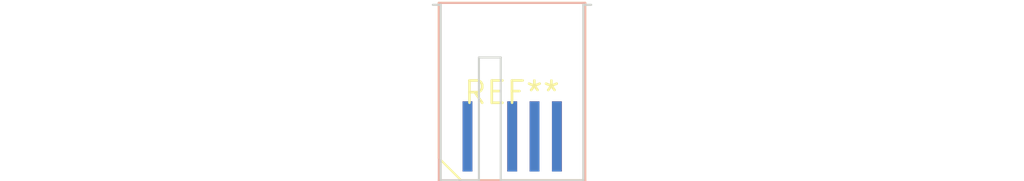
<source format=kicad_pcb>
(kicad_pcb (version 20240108) (generator pcbnew)
  (layers (0 "F.Cu" signal) (31 "B.Cu" signal) (34 "B.Paste" user) (35 "F.Paste" user) (36 "B.SilkS" user "B.Silkscreen") (37 "F.SilkS" user "F.Silkscreen") (38 "B.Mask" user) (39 "F.Mask" user) (44 "Edge.Cuts" user))
  (net 0 "")
  (footprint "Samtec_MECF-05-0_-L-DV_2x05_P1.27mm_Polarized_Edge" (layer "F.Cu") (at 0 0)
    (property "Reference" "REF**")
    (property "Value" "Samtec_MECF-05-0_-L-DV_2x05_P1.27mm_Polarized_Edge")
    (fp_line (start -4.16 -5.11) (end 4.16 -5.11) (layer "B.SilkS") (stroke (width 0.12)))
    (fp_line (start -4.16 5) (end -4.16 -5.11) (layer "B.SilkS") (stroke (width 0.12)))
    (fp_line (start -4.16 5) (end 4.16 5) (layer "B.SilkS") (stroke (width 0.12)))
    (fp_line (start 4.16 5) (end 4.16 -5.11) (layer "B.SilkS") (stroke (width 0.12)))
    (fp_line (start -4.16 -5.11) (end 4.16 -5.11) (layer "F.SilkS") (stroke (width 0.12)))
    (fp_line (start -4.16 3.73) (end -4.16 -5.11) (layer "F.SilkS") (stroke (width 0.12)))
    (fp_line (start -2.89 5) (end -4.16 3.73) (layer "F.SilkS") (stroke (width 0.12)))
    (fp_line (start -2.89 5) (end 4.16 5) (layer "F.SilkS") (stroke (width 0.12)))
    (fp_line (start 4.16 5) (end 4.16 -5.11) (layer "F.SilkS") (stroke (width 0.12)))
    (fp_line (start -4.5 -5) (end -4.05 -5) (layer "Edge.Cuts") (stroke (width 0.12)))
    (fp_line (start -4.05 5) (end -4.05 -5) (layer "Edge.Cuts") (stroke (width 0.12)))
    (fp_line (start -4.05 5) (end -1.88 5) (layer "Edge.Cuts") (stroke (width 0.12)))
    (fp_line (start -1.88 -2) (end -0.64 -2) (layer "Edge.Cuts") (stroke (width 0.12)))
    (fp_line (start -1.88 5) (end -1.88 -2) (layer "Edge.Cuts") (stroke (width 0.12)))
    (fp_line (start -0.64 5) (end -0.64 -2) (layer "Edge.Cuts") (stroke (width 0.12)))
    (fp_line (start -0.64 5) (end 4.05 5) (layer "Edge.Cuts") (stroke (width 0.12)))
    (fp_line (start 4.05 5) (end 4.05 -5) (layer "Edge.Cuts") (stroke (width 0.12)))
    (fp_line (start 4.5 -5) (end 4.05 -5) (layer "Edge.Cuts") (stroke (width 0.12)))
    (pad "1" connect rect (at -2.53 2.5) (size 0.56 4) (layers "F.Cu" "F.Mask"))
    (pad "2" connect rect (at -2.53 2.5) (size 0.56 4) (layers "B.Cu" "B.Mask"))
    (pad "5" connect rect (at 0.01 2.5) (size 0.56 4) (layers "F.Cu" "F.Mask"))
    (pad "6" connect rect (at 0.01 2.5) (size 0.56 4) (layers "B.Cu" "B.Mask"))
    (pad "7" connect rect (at 1.28 2.5) (size 0.56 4) (layers "F.Cu" "F.Mask"))
    (pad "8" connect rect (at 1.28 2.5) (size 0.56 4) (layers "B.Cu" "B.Mask"))
    (pad "9" connect rect (at 2.55 2.5) (size 0.56 4) (layers "F.Cu" "F.Mask"))
    (pad "10" connect rect (at 2.55 2.5) (size 0.56 4) (layers "B.Cu" "B.Mask"))
  )
)
</source>
